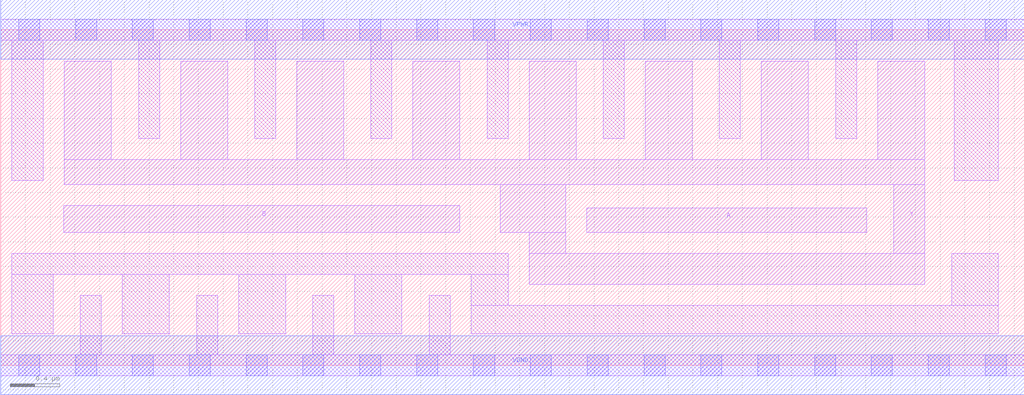
<source format=lef>
# Copyright 2020 The SkyWater PDK Authors
#
# Licensed under the Apache License, Version 2.0 (the "License");
# you may not use this file except in compliance with the License.
# You may obtain a copy of the License at
#
#     https://www.apache.org/licenses/LICENSE-2.0
#
# Unless required by applicable law or agreed to in writing, software
# distributed under the License is distributed on an "AS IS" BASIS,
# WITHOUT WARRANTIES OR CONDITIONS OF ANY KIND, either express or implied.
# See the License for the specific language governing permissions and
# limitations under the License.
#
# SPDX-License-Identifier: Apache-2.0

VERSION 5.7 ;
  NOWIREEXTENSIONATPIN ON ;
  DIVIDERCHAR "/" ;
  BUSBITCHARS "[]" ;
UNITS
  DATABASE MICRONS 200 ;
END UNITS
PROPERTYDEFINITIONS
  MACRO maskLayoutSubType STRING ;
  MACRO prCellType STRING ;
  MACRO originalViewName STRING ;
END PROPERTYDEFINITIONS
MACRO sky130_fd_sc_hdll__nand2_8
  CLASS CORE ;
  FOREIGN sky130_fd_sc_hdll__nand2_8 ;
  ORIGIN  0.000000  0.000000 ;
  SIZE  8.280000 BY  2.720000 ;
  SYMMETRY X Y R90 ;
  SITE unithd ;
  PIN A
    ANTENNAGATEAREA  2.220000 ;
    DIRECTION INPUT ;
    USE SIGNAL ;
    PORT
      LAYER li1 ;
        RECT 4.740000 1.075000 7.005000 1.275000 ;
    END
  END A
  PIN B
    ANTENNAGATEAREA  2.220000 ;
    DIRECTION INPUT ;
    USE SIGNAL ;
    PORT
      LAYER li1 ;
        RECT 0.510000 1.075000 3.715000 1.295000 ;
    END
  END B
  PIN Y
    ANTENNADIFFAREA  3.184500 ;
    DIRECTION OUTPUT ;
    USE SIGNAL ;
    PORT
      LAYER li1 ;
        RECT 0.515000 1.465000 7.475000 1.665000 ;
        RECT 0.515000 1.665000 0.895000 2.465000 ;
        RECT 1.455000 1.665000 1.835000 2.465000 ;
        RECT 2.395000 1.665000 2.775000 2.465000 ;
        RECT 3.335000 1.665000 3.715000 2.465000 ;
        RECT 4.040000 1.075000 4.570000 1.465000 ;
        RECT 4.275000 0.655000 7.475000 0.905000 ;
        RECT 4.275000 0.905000 4.570000 1.075000 ;
        RECT 4.275000 1.665000 4.655000 2.465000 ;
        RECT 5.215000 1.665000 5.595000 2.465000 ;
        RECT 6.155000 1.665000 6.535000 2.465000 ;
        RECT 7.095000 1.665000 7.475000 2.465000 ;
        RECT 7.225000 0.905000 7.475000 1.465000 ;
    END
  END Y
  PIN VGND
    DIRECTION INOUT ;
    USE GROUND ;
    PORT
      LAYER met1 ;
        RECT 0.000000 -0.240000 8.280000 0.240000 ;
    END
  END VGND
  PIN VPWR
    DIRECTION INOUT ;
    USE POWER ;
    PORT
      LAYER met1 ;
        RECT 0.000000 2.480000 8.280000 2.960000 ;
    END
  END VPWR
  OBS
    LAYER li1 ;
      RECT 0.000000 -0.085000 8.280000 0.085000 ;
      RECT 0.000000  2.635000 8.280000 2.805000 ;
      RECT 0.090000  0.255000 0.425000 0.735000 ;
      RECT 0.090000  0.735000 4.105000 0.905000 ;
      RECT 0.090000  1.495000 0.345000 2.635000 ;
      RECT 0.645000  0.085000 0.815000 0.565000 ;
      RECT 0.985000  0.255000 1.365000 0.735000 ;
      RECT 1.115000  1.835000 1.285000 2.635000 ;
      RECT 1.585000  0.085000 1.755000 0.565000 ;
      RECT 1.925000  0.255000 2.305000 0.735000 ;
      RECT 2.055000  1.835000 2.225000 2.635000 ;
      RECT 2.525000  0.085000 2.695000 0.565000 ;
      RECT 2.865000  0.255000 3.245000 0.735000 ;
      RECT 2.995000  1.835000 3.165000 2.635000 ;
      RECT 3.465000  0.085000 3.635000 0.565000 ;
      RECT 3.805000  0.255000 8.070000 0.485000 ;
      RECT 3.805000  0.485000 4.105000 0.735000 ;
      RECT 3.935000  1.835000 4.105000 2.635000 ;
      RECT 4.875000  1.835000 5.045000 2.635000 ;
      RECT 5.815000  1.835000 5.985000 2.635000 ;
      RECT 6.755000  1.835000 6.925000 2.635000 ;
      RECT 7.695000  0.485000 8.070000 0.905000 ;
      RECT 7.715000  1.495000 8.070000 2.635000 ;
    LAYER mcon ;
      RECT 0.145000 -0.085000 0.315000 0.085000 ;
      RECT 0.145000  2.635000 0.315000 2.805000 ;
      RECT 0.605000 -0.085000 0.775000 0.085000 ;
      RECT 0.605000  2.635000 0.775000 2.805000 ;
      RECT 1.065000 -0.085000 1.235000 0.085000 ;
      RECT 1.065000  2.635000 1.235000 2.805000 ;
      RECT 1.525000 -0.085000 1.695000 0.085000 ;
      RECT 1.525000  2.635000 1.695000 2.805000 ;
      RECT 1.985000 -0.085000 2.155000 0.085000 ;
      RECT 1.985000  2.635000 2.155000 2.805000 ;
      RECT 2.445000 -0.085000 2.615000 0.085000 ;
      RECT 2.445000  2.635000 2.615000 2.805000 ;
      RECT 2.905000 -0.085000 3.075000 0.085000 ;
      RECT 2.905000  2.635000 3.075000 2.805000 ;
      RECT 3.365000 -0.085000 3.535000 0.085000 ;
      RECT 3.365000  2.635000 3.535000 2.805000 ;
      RECT 3.825000 -0.085000 3.995000 0.085000 ;
      RECT 3.825000  2.635000 3.995000 2.805000 ;
      RECT 4.285000 -0.085000 4.455000 0.085000 ;
      RECT 4.285000  2.635000 4.455000 2.805000 ;
      RECT 4.745000 -0.085000 4.915000 0.085000 ;
      RECT 4.745000  2.635000 4.915000 2.805000 ;
      RECT 5.205000 -0.085000 5.375000 0.085000 ;
      RECT 5.205000  2.635000 5.375000 2.805000 ;
      RECT 5.665000 -0.085000 5.835000 0.085000 ;
      RECT 5.665000  2.635000 5.835000 2.805000 ;
      RECT 6.125000 -0.085000 6.295000 0.085000 ;
      RECT 6.125000  2.635000 6.295000 2.805000 ;
      RECT 6.585000 -0.085000 6.755000 0.085000 ;
      RECT 6.585000  2.635000 6.755000 2.805000 ;
      RECT 7.045000 -0.085000 7.215000 0.085000 ;
      RECT 7.045000  2.635000 7.215000 2.805000 ;
      RECT 7.505000 -0.085000 7.675000 0.085000 ;
      RECT 7.505000  2.635000 7.675000 2.805000 ;
      RECT 7.965000 -0.085000 8.135000 0.085000 ;
      RECT 7.965000  2.635000 8.135000 2.805000 ;
  END
  PROPERTY maskLayoutSubType "abstract" ;
  PROPERTY prCellType "standard" ;
  PROPERTY originalViewName "layout" ;
END sky130_fd_sc_hdll__nand2_8
END LIBRARY

</source>
